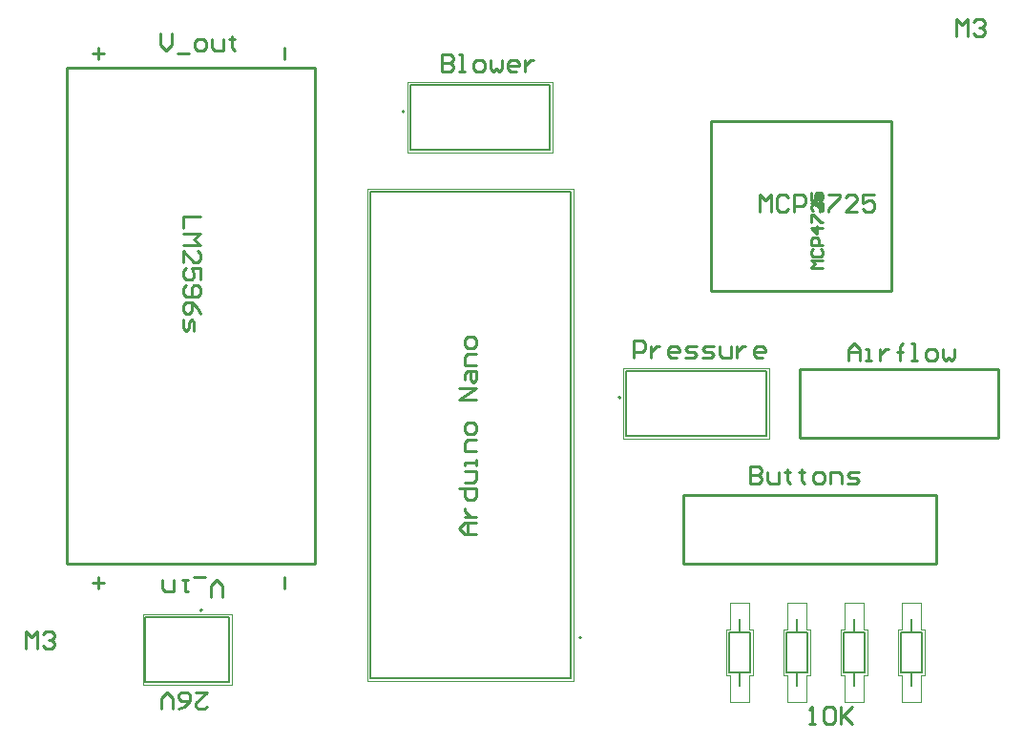
<source format=gto>
G04*
G04 #@! TF.GenerationSoftware,Altium Limited,Altium Designer,22.5.1 (42)*
G04*
G04 Layer_Color=65535*
%FSLAX42Y42*%
%MOMM*%
G71*
G04*
G04 #@! TF.SameCoordinates,9A8E8AE2-EB4B-44E5-8707-8227BA4DF72F*
G04*
G04*
G04 #@! TF.FilePolarity,Positive*
G04*
G01*
G75*
%ADD10C,0.20*%
%ADD11C,0.25*%
%ADD12C,0.13*%
%ADD13C,0.05*%
D10*
X14186Y5563D02*
G03*
X14186Y5563I-10J0D01*
G01*
X12266Y8103D02*
G03*
X12266Y8103I-10J0D01*
G01*
X10475Y3676D02*
G03*
X10475Y3676I-10J0D01*
G01*
X13837Y3432D02*
G03*
X13837Y3432I-10J0D01*
G01*
X10475Y3676D02*
G03*
X10475Y3676I-10J0D01*
G01*
X13837Y3432D02*
G03*
X13837Y3432I-10J0D01*
G01*
D11*
X14986Y6514D02*
X16586D01*
X14986Y8014D02*
X16586D01*
Y6514D02*
Y8014D01*
X14986Y6514D02*
Y8014D01*
X14744Y4092D02*
X16988D01*
X14744Y4695D02*
X16988D01*
Y4092D02*
Y4695D01*
X14744Y4092D02*
Y4695D01*
X15771Y5207D02*
X17535D01*
X15771Y5813D02*
X17535D01*
Y5207D02*
Y5813D01*
X15771Y5207D02*
Y5813D01*
X9275Y4093D02*
Y8493D01*
X11475Y4093D02*
Y8493D01*
X9275Y4093D02*
X11475D01*
X9275Y8493D02*
X11475D01*
X15418Y7214D02*
Y7366D01*
X15469Y7315D01*
X15520Y7366D01*
Y7214D01*
X15672Y7341D02*
X15646Y7366D01*
X15596D01*
X15570Y7341D01*
Y7239D01*
X15596Y7214D01*
X15646D01*
X15672Y7239D01*
X15723Y7214D02*
Y7366D01*
X15799D01*
X15824Y7341D01*
Y7290D01*
X15799Y7264D01*
X15723D01*
X15951Y7214D02*
Y7366D01*
X15875Y7290D01*
X15977D01*
X16027Y7366D02*
X16129D01*
Y7341D01*
X16027Y7239D01*
Y7214D01*
X16281D02*
X16180D01*
X16281Y7315D01*
Y7341D01*
X16256Y7366D01*
X16205D01*
X16180Y7341D01*
X16434Y7366D02*
X16332D01*
Y7290D01*
X16383Y7315D01*
X16408D01*
X16434Y7290D01*
Y7239D01*
X16408Y7214D01*
X16357D01*
X16332Y7239D01*
X17163Y8771D02*
Y8923D01*
X17214Y8872D01*
X17264Y8923D01*
Y8771D01*
X17315Y8898D02*
X17341Y8923D01*
X17391D01*
X17417Y8898D01*
Y8872D01*
X17391Y8847D01*
X17366D01*
X17391D01*
X17417Y8821D01*
Y8796D01*
X17391Y8771D01*
X17341D01*
X17315Y8796D01*
X8908Y3335D02*
Y3487D01*
X8959Y3437D01*
X9009Y3487D01*
Y3335D01*
X9060Y3462D02*
X9086Y3487D01*
X9136D01*
X9162Y3462D01*
Y3437D01*
X9136Y3411D01*
X9111D01*
X9136D01*
X9162Y3386D01*
Y3360D01*
X9136Y3335D01*
X9086D01*
X9060Y3360D01*
X15336Y4953D02*
Y4801D01*
X15412D01*
X15438Y4826D01*
Y4851D01*
X15412Y4877D01*
X15336D01*
X15412D01*
X15438Y4902D01*
Y4928D01*
X15412Y4953D01*
X15336D01*
X15489Y4902D02*
Y4826D01*
X15514Y4801D01*
X15590D01*
Y4902D01*
X15666Y4928D02*
Y4902D01*
X15641D01*
X15692D01*
X15666D01*
Y4826D01*
X15692Y4801D01*
X15793Y4928D02*
Y4902D01*
X15768D01*
X15819D01*
X15793D01*
Y4826D01*
X15819Y4801D01*
X15920D02*
X15971D01*
X15996Y4826D01*
Y4877D01*
X15971Y4902D01*
X15920D01*
X15895Y4877D01*
Y4826D01*
X15920Y4801D01*
X16047D02*
Y4902D01*
X16123D01*
X16149Y4877D01*
Y4801D01*
X16199D02*
X16276D01*
X16301Y4826D01*
X16276Y4851D01*
X16225D01*
X16199Y4877D01*
X16225Y4902D01*
X16301D01*
X16208Y5893D02*
Y5995D01*
X16259Y6045D01*
X16310Y5995D01*
Y5893D01*
Y5969D01*
X16208D01*
X16361Y5893D02*
X16412D01*
X16386D01*
Y5995D01*
X16361D01*
X16488D02*
Y5893D01*
Y5944D01*
X16513Y5969D01*
X16539Y5995D01*
X16564D01*
X16666Y5893D02*
Y6020D01*
Y5969D01*
X16640D01*
X16691D01*
X16666D01*
Y6020D01*
X16691Y6045D01*
X16767Y5893D02*
X16818D01*
X16792D01*
Y6045D01*
X16767D01*
X16919Y5893D02*
X16970D01*
X16996Y5919D01*
Y5969D01*
X16970Y5995D01*
X16919D01*
X16894Y5969D01*
Y5919D01*
X16919Y5893D01*
X17046Y5995D02*
Y5919D01*
X17072Y5893D01*
X17097Y5919D01*
X17123Y5893D01*
X17148Y5919D01*
Y5995D01*
X14299Y5918D02*
Y6071D01*
X14375D01*
X14400Y6045D01*
Y5994D01*
X14375Y5969D01*
X14299D01*
X14451Y6020D02*
Y5918D01*
Y5969D01*
X14477Y5994D01*
X14502Y6020D01*
X14527D01*
X14680Y5918D02*
X14629D01*
X14603Y5944D01*
Y5994D01*
X14629Y6020D01*
X14680D01*
X14705Y5994D01*
Y5969D01*
X14603D01*
X14756Y5918D02*
X14832D01*
X14857Y5944D01*
X14832Y5969D01*
X14781D01*
X14756Y5994D01*
X14781Y6020D01*
X14857D01*
X14908Y5918D02*
X14984D01*
X15010Y5944D01*
X14984Y5969D01*
X14934D01*
X14908Y5994D01*
X14934Y6020D01*
X15010D01*
X15061D02*
Y5944D01*
X15086Y5918D01*
X15162D01*
Y6020D01*
X15213D02*
Y5918D01*
Y5969D01*
X15238Y5994D01*
X15264Y6020D01*
X15289D01*
X15441Y5918D02*
X15391D01*
X15365Y5944D01*
Y5994D01*
X15391Y6020D01*
X15441D01*
X15467Y5994D01*
Y5969D01*
X15365D01*
X12596Y8611D02*
Y8458D01*
X12672D01*
X12697Y8484D01*
Y8509D01*
X12672Y8534D01*
X12596D01*
X12672D01*
X12697Y8560D01*
Y8585D01*
X12672Y8611D01*
X12596D01*
X12748Y8458D02*
X12799D01*
X12773D01*
Y8611D01*
X12748D01*
X12900Y8458D02*
X12951D01*
X12976Y8484D01*
Y8534D01*
X12951Y8560D01*
X12900D01*
X12875Y8534D01*
Y8484D01*
X12900Y8458D01*
X13027Y8560D02*
Y8484D01*
X13053Y8458D01*
X13078Y8484D01*
X13103Y8458D01*
X13129Y8484D01*
Y8560D01*
X13256Y8458D02*
X13205D01*
X13180Y8484D01*
Y8534D01*
X13205Y8560D01*
X13256D01*
X13281Y8534D01*
Y8509D01*
X13180D01*
X13332Y8560D02*
Y8458D01*
Y8509D01*
X13357Y8534D01*
X13383Y8560D01*
X13408D01*
X10416Y2950D02*
X10518D01*
X10416Y2849D01*
Y2823D01*
X10441Y2798D01*
X10492D01*
X10518Y2823D01*
X10264Y2798D02*
X10314Y2823D01*
X10365Y2874D01*
Y2925D01*
X10340Y2950D01*
X10289D01*
X10264Y2925D01*
Y2899D01*
X10289Y2874D01*
X10365D01*
X10213Y2798D02*
Y2899D01*
X10162Y2950D01*
X10111Y2899D01*
Y2798D01*
X11201Y8668D02*
Y8566D01*
X9552Y8668D02*
Y8566D01*
X9602Y8617D02*
X9501D01*
X10101Y8797D02*
Y8695D01*
X10152Y8644D01*
X10202Y8695D01*
Y8797D01*
X10253Y8619D02*
X10355D01*
X10431Y8644D02*
X10482D01*
X10507Y8670D01*
Y8720D01*
X10482Y8746D01*
X10431D01*
X10406Y8720D01*
Y8670D01*
X10431Y8644D01*
X10558Y8746D02*
Y8670D01*
X10583Y8644D01*
X10659D01*
Y8746D01*
X10736Y8771D02*
Y8746D01*
X10710D01*
X10761D01*
X10736D01*
Y8670D01*
X10761Y8644D01*
X10453Y7168D02*
X10301D01*
Y7066D01*
Y7016D02*
X10453D01*
X10402Y6965D01*
X10453Y6914D01*
X10301D01*
Y6762D02*
Y6863D01*
X10402Y6762D01*
X10428D01*
X10453Y6787D01*
Y6838D01*
X10428Y6863D01*
X10453Y6609D02*
Y6711D01*
X10377D01*
X10402Y6660D01*
Y6635D01*
X10377Y6609D01*
X10326D01*
X10301Y6635D01*
Y6686D01*
X10326Y6711D01*
Y6559D02*
X10301Y6533D01*
Y6482D01*
X10326Y6457D01*
X10428D01*
X10453Y6482D01*
Y6533D01*
X10428Y6559D01*
X10402D01*
X10377Y6533D01*
Y6457D01*
X10453Y6305D02*
X10428Y6355D01*
X10377Y6406D01*
X10326D01*
X10301Y6381D01*
Y6330D01*
X10326Y6305D01*
X10352D01*
X10377Y6330D01*
Y6406D01*
X10301Y6254D02*
Y6178D01*
X10326Y6152D01*
X10352Y6178D01*
Y6229D01*
X10377Y6254D01*
X10402Y6229D01*
Y6152D01*
X11201Y3968D02*
Y3866D01*
X9552Y3968D02*
Y3866D01*
X9602Y3917D02*
X9501D01*
X10650Y3790D02*
Y3892D01*
X10599Y3943D01*
X10548Y3892D01*
Y3790D01*
X10498Y3968D02*
X10396D01*
X10345Y3943D02*
X10295D01*
X10320D01*
Y3841D01*
X10345D01*
X10218Y3943D02*
Y3841D01*
X10142D01*
X10117Y3866D01*
Y3943D01*
X12903Y4351D02*
X12802D01*
X12751Y4402D01*
X12802Y4452D01*
X12903D01*
X12827D01*
Y4351D01*
X12802Y4503D02*
X12903D01*
X12852D01*
X12827Y4529D01*
X12802Y4554D01*
Y4579D01*
X12751Y4757D02*
X12903D01*
Y4681D01*
X12878Y4655D01*
X12827D01*
X12802Y4681D01*
Y4757D01*
Y4808D02*
X12878D01*
X12903Y4833D01*
Y4909D01*
X12802D01*
X12903Y4960D02*
Y5011D01*
Y4986D01*
X12802D01*
Y4960D01*
X12903Y5087D02*
X12802D01*
Y5163D01*
X12827Y5189D01*
X12903D01*
Y5265D02*
Y5316D01*
X12878Y5341D01*
X12827D01*
X12802Y5316D01*
Y5265D01*
X12827Y5239D01*
X12878D01*
X12903Y5265D01*
Y5544D02*
X12751D01*
X12903Y5646D01*
X12751D01*
X12802Y5722D02*
Y5773D01*
X12827Y5798D01*
X12903D01*
Y5722D01*
X12878Y5697D01*
X12852Y5722D01*
Y5798D01*
X12903Y5849D02*
X12802D01*
Y5925D01*
X12827Y5950D01*
X12903D01*
Y6027D02*
Y6077D01*
X12878Y6103D01*
X12827D01*
X12802Y6077D01*
Y6027D01*
X12827Y6001D01*
X12878D01*
X12903Y6027D01*
X15862Y2667D02*
X15913D01*
X15888D01*
Y2819D01*
X15862Y2794D01*
X15989D02*
X16015Y2819D01*
X16065D01*
X16091Y2794D01*
Y2692D01*
X16065Y2667D01*
X16015D01*
X15989Y2692D01*
Y2794D01*
X16142Y2819D02*
Y2667D01*
Y2718D01*
X16243Y2819D01*
X16167Y2743D01*
X16243Y2667D01*
X15977Y6718D02*
X15877D01*
X15910Y6752D01*
X15877Y6785D01*
X15977D01*
X15893Y6885D02*
X15877Y6868D01*
Y6835D01*
X15893Y6818D01*
X15960D01*
X15977Y6835D01*
Y6868D01*
X15960Y6885D01*
X15977Y6918D02*
X15877D01*
Y6968D01*
X15893Y6985D01*
X15927D01*
X15943Y6968D01*
Y6918D01*
X15977Y7068D02*
X15877D01*
X15927Y7018D01*
Y7085D01*
X15877Y7118D02*
Y7185D01*
X15893D01*
X15960Y7118D01*
X15977D01*
Y7285D02*
Y7218D01*
X15910Y7285D01*
X15893D01*
X15877Y7268D01*
Y7235D01*
X15893Y7218D01*
X15877Y7385D02*
Y7318D01*
X15927D01*
X15910Y7351D01*
Y7368D01*
X15927Y7385D01*
X15960D01*
X15977Y7368D01*
Y7335D01*
X15960Y7318D01*
D12*
X16671Y3127D02*
Y3185D01*
Y3127D02*
X16764D01*
X16857D01*
Y3185D01*
X16764Y3047D02*
Y3127D01*
X16671Y3477D02*
X16764D01*
X16857D01*
X16671Y3419D02*
Y3477D01*
X16857Y3419D02*
Y3477D01*
X16764D02*
Y3557D01*
X16163Y3127D02*
Y3185D01*
Y3127D02*
X16256D01*
X16349D01*
Y3185D01*
X16256Y3047D02*
Y3127D01*
X16163Y3477D02*
X16256D01*
X16349D01*
X16163Y3419D02*
Y3477D01*
X16349Y3419D02*
Y3477D01*
X16256D02*
Y3557D01*
X15655Y3127D02*
Y3185D01*
Y3127D02*
X15748D01*
X15840D01*
Y3185D01*
X15748Y3047D02*
Y3127D01*
X15655Y3477D02*
X15748D01*
X15840D01*
X15655Y3419D02*
Y3477D01*
X15840Y3419D02*
Y3477D01*
X15748D02*
Y3557D01*
X14237Y5223D02*
X15477D01*
Y5798D01*
X14237D02*
X15477D01*
X14237Y5223D02*
Y5798D01*
X12317Y7763D02*
X13557D01*
Y8338D01*
X12317D02*
X13557D01*
X12317Y7763D02*
Y8338D01*
X9970Y3613D02*
X10710D01*
X9970Y3038D02*
Y3613D01*
Y3038D02*
X10710D01*
Y3613D01*
X13741Y3073D02*
Y7391D01*
X11963D02*
X13741D01*
X11963Y3073D02*
Y7391D01*
Y3073D02*
X13741D01*
X15148Y3127D02*
Y3185D01*
Y3127D02*
X15240D01*
X15332D01*
Y3185D01*
X15240Y3047D02*
Y3127D01*
X15148Y3477D02*
X15240D01*
X15332D01*
X15148Y3419D02*
Y3477D01*
X15332Y3419D02*
Y3477D01*
X15240D02*
Y3557D01*
X16671Y3127D02*
Y3477D01*
X16764D01*
X16857D01*
Y3127D02*
Y3477D01*
X16764Y3127D02*
X16857D01*
X16671D02*
X16764D01*
Y3009D02*
Y3127D01*
Y3477D02*
Y3594D01*
X16163Y3127D02*
Y3477D01*
X16256D01*
X16349D01*
Y3127D02*
Y3477D01*
X16256Y3127D02*
X16349D01*
X16163D02*
X16256D01*
Y3009D02*
Y3127D01*
Y3477D02*
Y3594D01*
X15655Y3127D02*
Y3477D01*
X15748D01*
X15840D01*
Y3127D02*
Y3477D01*
X15748Y3127D02*
X15840D01*
X15655D02*
X15748D01*
Y3009D02*
Y3127D01*
Y3477D02*
Y3594D01*
X14237Y5223D02*
X15477D01*
Y5798D01*
X14237D02*
X15477D01*
X14237Y5223D02*
Y5798D01*
X12317Y7763D02*
X13557D01*
Y8338D01*
X12317D02*
X13557D01*
X12317Y7763D02*
Y8338D01*
X9970Y3613D02*
X10710D01*
X9970Y3038D02*
Y3613D01*
Y3038D02*
X10710D01*
Y3613D01*
X11963Y7391D02*
X13741D01*
X11963Y3073D02*
Y7391D01*
X13741Y3073D02*
Y7391D01*
X11963Y3073D02*
X13741D01*
X15148Y3127D02*
Y3477D01*
X15240D01*
X15332D01*
Y3127D02*
Y3477D01*
X15240Y3127D02*
X15332D01*
X15148D02*
X15240D01*
Y3009D02*
Y3127D01*
Y3477D02*
Y3594D01*
D13*
X16646Y3102D02*
Y3502D01*
X16676D01*
Y3740D01*
X16852D01*
Y3502D02*
Y3740D01*
Y3502D02*
X16882D01*
Y3102D02*
Y3502D01*
X16852Y3102D02*
X16882D01*
X16852Y2864D02*
Y3102D01*
X16676Y2864D02*
X16852D01*
X16676D02*
Y3102D01*
X16646D02*
X16676D01*
X16138D02*
Y3502D01*
X16168D01*
Y3740D01*
X16344D01*
Y3502D02*
Y3740D01*
Y3502D02*
X16374D01*
Y3102D02*
Y3502D01*
X16344Y3102D02*
X16374D01*
X16344Y2864D02*
Y3102D01*
X16168Y2864D02*
X16344D01*
X16168D02*
Y3102D01*
X16138D02*
X16168D01*
X15630D02*
Y3502D01*
X15660D01*
Y3740D01*
X15836D01*
Y3502D02*
Y3740D01*
Y3502D02*
X15865D01*
Y3102D02*
Y3502D01*
X15836Y3102D02*
X15865D01*
X15836Y2864D02*
Y3102D01*
X15660Y2864D02*
X15836D01*
X15660D02*
Y3102D01*
X15630D02*
X15660D01*
X14212Y5823D02*
X15502D01*
Y5198D02*
Y5823D01*
X14212Y5198D02*
X15502D01*
X14212D02*
Y5823D01*
X12292Y8363D02*
X13582D01*
Y7738D02*
Y8363D01*
X12292Y7738D02*
X13582D01*
X12292D02*
Y8363D01*
X9945Y3638D02*
X10735D01*
X9945Y3013D02*
Y3638D01*
Y3013D02*
X10735D01*
Y3638D01*
X13766Y3048D02*
Y7416D01*
X11938D02*
X13766D01*
X11938Y3048D02*
Y7416D01*
Y3048D02*
X13766D01*
X15123Y3102D02*
Y3502D01*
X15152D01*
Y3740D01*
X15328D01*
Y3502D02*
Y3740D01*
Y3502D02*
X15357D01*
Y3102D02*
Y3502D01*
X15328Y3102D02*
X15357D01*
X15328Y2864D02*
Y3102D01*
X15152Y2864D02*
X15328D01*
X15152D02*
Y3102D01*
X15123D02*
X15152D01*
M02*

</source>
